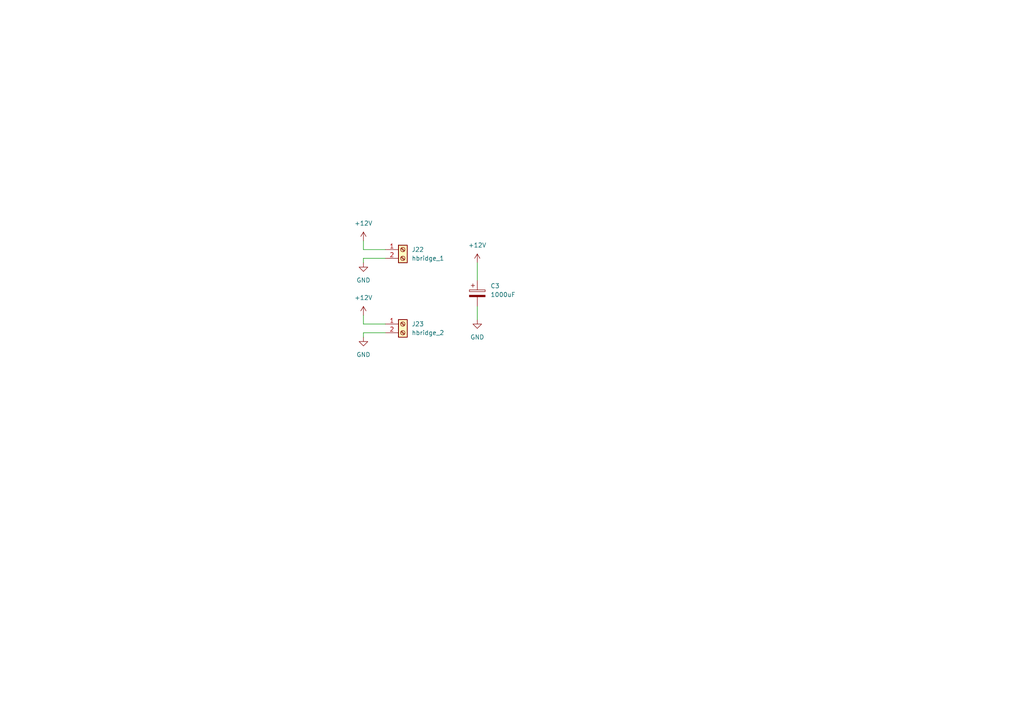
<source format=kicad_sch>
(kicad_sch (version 20230121) (generator eeschema)
  (paper "A4")
  (lib_symbols
    (symbol "Connector:Screw_Terminal_01x02" (pin_names (offset 1.016) hide)
      (property "Reference" "J" (at 0 2.54 0))
      (property "Value" "Screw_Terminal_01x02" (at 0 -5.08 0))
      (symbol "Screw_Terminal_01x02_1_1"
        (rectangle (start -1.27 1.27) (end 1.27 -3.81) (stroke (width 0.254)) (fill (type background)))
        (circle (center 0 -2.54) (radius 0.635) (stroke (width 0.1524)))
        (polyline (pts (xy -0.5334 -2.2098) (xy 0.3302 -3.048)) (stroke (width 0.1524)))
        (polyline (pts (xy -0.5334 0.3302) (xy 0.3302 -0.508)) (stroke (width 0.1524)))
        (polyline (pts (xy -0.3556 -2.032) (xy 0.508 -2.8702)) (stroke (width 0.1524)))
        (polyline (pts (xy -0.3556 0.508) (xy 0.508 -0.3302)) (stroke (width 0.1524)))
        (circle (center 0 0) (radius 0.635) (stroke (width 0.1524)))
        (pin passive line (at -5.08 0 0) (length 3.81) (name "Pin_1") (number "1"))
        (pin passive line (at -5.08 -2.54 0) (length 3.81) (name "Pin_2") (number "2"))
      )
    )
    (symbol "Device:C_Polarized" (pin_numbers hide) (pin_names (offset 0.254))
      (property "Reference" "C" (at 0.635 2.54 0))
      (property "Value" "C_Polarized" (at 0.635 -2.54 0))
      (symbol "C_Polarized_0_1"
        (rectangle (start -2.286 0.508) (end 2.286 1.016))
        (polyline (pts (xy -1.778 2.286) (xy -0.762 2.286)))
        (polyline (pts (xy -1.27 2.794) (xy -1.27 1.778)))
        (rectangle (start 2.286 -0.508) (end -2.286 -1.016) (fill (type outline)))
      )
      (symbol "C_Polarized_1_1"
        (pin passive line (at 0 3.81 270) (length 2.794) (name "~") (number "1"))
        (pin passive line (at 0 -3.81 90) (length 2.794) (name "~") (number "2"))
      )
    )
    (symbol "power:+12V" (power) (pin_names (offset 0))
      (property "Value" "+12V" (at 0 3.556 0))
      (symbol "+12V_0_1"
        (polyline (pts (xy -0.762 1.27) (xy 0 2.54)))
        (polyline (pts (xy 0 0) (xy 0 2.54)))
        (polyline (pts (xy 0 2.54) (xy 0.762 1.27)))
      )
      (symbol "+12V_1_1"
        (pin power_in line (at 0 0 90) (length 0) hide (name "+12V") (number "1"))
      )
    )
    (symbol "power:GND" (power) (pin_names (offset 0))
      (property "Value" "GND" (at 0 -3.81 0))
      (symbol "GND_0_1"
        (polyline (pts (xy 0 0) (xy 0 -1.27) (xy 1.27 -1.27) (xy 0 -2.54) (xy -1.27 -1.27) (xy 0 -1.27)))
      )
      (symbol "GND_1_1"
        (pin power_in line (at 0 0 270) (length 0) hide (name "GND") (number "1"))
      )
    )
  )
  (wire (pts (xy 105.41 74.93) (xy 111.76 74.93)))
  (wire (pts (xy 105.41 91.44) (xy 105.41 93.98)))
  (wire (pts (xy 138.43 76.2) (xy 138.43 81.28)))
  (wire (pts (xy 105.41 96.52) (xy 111.76 96.52)))
  (wire (pts (xy 138.43 88.9) (xy 138.43 92.71)))
  (wire (pts (xy 105.41 97.79) (xy 105.41 96.52)))
  (wire (pts (xy 105.41 72.39) (xy 111.76 72.39)))
  (wire (pts (xy 105.41 69.85) (xy 105.41 72.39)))
  (wire (pts (xy 105.41 93.98) (xy 111.76 93.98)))
  (wire (pts (xy 105.41 76.2) (xy 105.41 74.93)))
  (symbol (lib_id "power:GND") (at 105.41 97.79 0) (unit 1)
    (property "Reference" "#PWR052" (effects hide))
    (property "Value" "GND" (at 105.41 102.87 0))
  )
  (symbol (lib_id "power:GND") (at 105.41 76.2 0) (unit 1)
    (property "Reference" "#PWR050" (effects hide))
    (property "Value" "GND" (at 105.41 81.28 0))
  )
  (symbol (lib_id "power:+12V") (at 105.41 91.44 0) (unit 1)
    (property "Reference" "#PWR051" (effects hide))
    (property "Value" "+12V" (at 105.41 86.36 0))
  )
  (symbol (lib_id "power:+12V") (at 138.43 76.2 0) (unit 1)
    (property "Reference" "#PWR013" (effects hide))
    (property "Value" "+12V" (at 138.43 71.12 0))
  )
  (symbol (lib_id "Connector:Screw_Terminal_01x02") (at 116.84 72.39 0) (unit 1)
    (property "Reference" "J22" (at 119.38 72.39 0) (effects (justify left)))
    (property "Value" "hbridge_1" (at 119.38 74.93 0) (effects (justify left)))
    (property "Footprint" "easyeda:CONN-TH_XY126V-5.0-2P" (effects hide))
    (property "LCSC" "C557646" (effects hide))
  )
  (symbol (lib_id "Connector:Screw_Terminal_01x02") (at 116.84 93.98 0) (unit 1)
    (property "Reference" "J23" (at 119.38 93.98 0) (effects (justify left)))
    (property "Value" "hbridge_2" (at 119.38 96.52 0) (effects (justify left)))
    (property "Footprint" "easyeda:CONN-TH_XY126V-5.0-2P" (effects hide))
    (property "LCSC" "C557646" (effects hide))
  )
  (symbol (lib_id "power:+12V") (at 105.41 69.85 0) (unit 1)
    (property "Reference" "#PWR049" (effects hide))
    (property "Value" "+12V" (at 105.41 64.77 0))
  )
  (symbol (lib_id "Device:C_Polarized") (at 138.43 85.09 0) (unit 1)
    (property "Reference" "C3" (at 142.24 82.931 0) (effects (justify left)))
    (property "Value" "1000uF" (at 142.24 85.471 0) (effects (justify left)))
    (property "Footprint" "Capacitor_THT:CP_Radial_D10.0mm_P3.50mm" (effects hide))
  )
  (symbol (lib_id "power:GND") (at 138.43 92.71 0) (unit 1)
    (property "Reference" "#PWR064" (effects hide))
    (property "Value" "GND" (at 138.43 97.79 0))
  )
)
</source>
